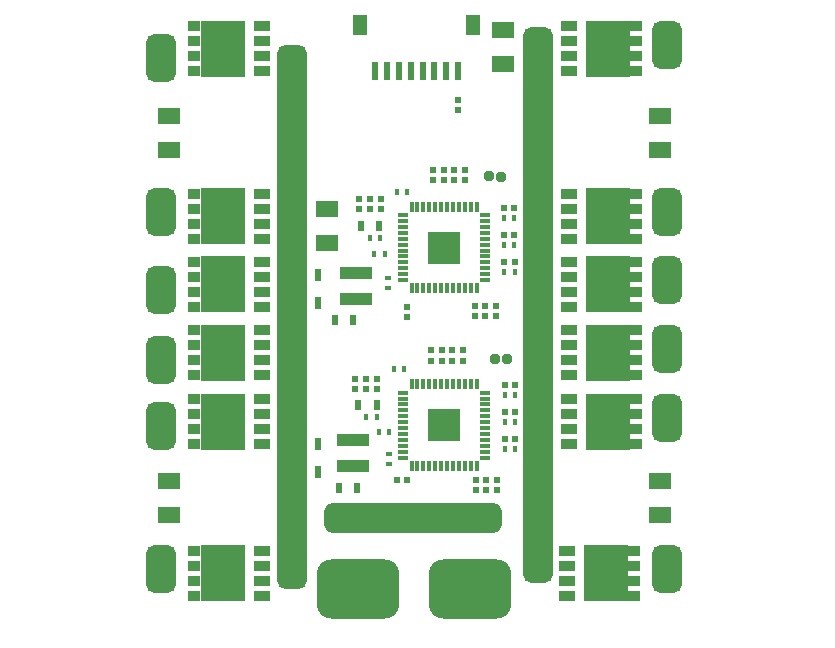
<source format=gbr>
%TF.GenerationSoftware,Altium Limited,Altium Designer,20.2.3 (150)*%
G04 Layer_Color=255*
%FSLAX26Y26*%
%MOIN*%
%TF.SameCoordinates,1E0D65CC-F0FE-4DFC-A0D5-6D9DD74121E6*%
%TF.FilePolarity,Positive*%
%TF.FileFunction,Pads,Top*%
%TF.Part,Single*%
G01*
G75*
%TA.AperFunction,SMDPad,SMDef*%
G04:AMPARAMS|DCode=10|XSize=98.425mil|YSize=1811.024mil|CornerRadius=24.606mil|HoleSize=0mil|Usage=FLASHONLY|Rotation=0.000|XOffset=0mil|YOffset=0mil|HoleType=Round|Shape=RoundedRectangle|*
%AMROUNDEDRECTD10*
21,1,0.098425,1.761811,0,0,0.0*
21,1,0.049213,1.811024,0,0,0.0*
1,1,0.049213,0.024606,-0.880905*
1,1,0.049213,-0.024606,-0.880905*
1,1,0.049213,-0.024606,0.880905*
1,1,0.049213,0.024606,0.880905*
%
%ADD10ROUNDEDRECTD10*%
G04:AMPARAMS|DCode=11|XSize=98.425mil|YSize=590.551mil|CornerRadius=24.606mil|HoleSize=0mil|Usage=FLASHONLY|Rotation=90.000|XOffset=0mil|YOffset=0mil|HoleType=Round|Shape=RoundedRectangle|*
%AMROUNDEDRECTD11*
21,1,0.098425,0.541339,0,0,90.0*
21,1,0.049213,0.590551,0,0,90.0*
1,1,0.049213,0.270669,0.024606*
1,1,0.049213,0.270669,-0.024606*
1,1,0.049213,-0.270669,-0.024606*
1,1,0.049213,-0.270669,0.024606*
%
%ADD11ROUNDEDRECTD11*%
%TA.AperFunction,SMDPad,CuDef*%
%ADD12R,0.023622X0.021260*%
%ADD13R,0.075197X0.053937*%
%TA.AperFunction,SMDPad,SMDef*%
G04:AMPARAMS|DCode=14|XSize=98.425mil|YSize=157.48mil|CornerRadius=24.606mil|HoleSize=0mil|Usage=FLASHONLY|Rotation=180.000|XOffset=0mil|YOffset=0mil|HoleType=Round|Shape=RoundedRectangle|*
%AMROUNDEDRECTD14*
21,1,0.098425,0.108268,0,0,180.0*
21,1,0.049213,0.157480,0,0,180.0*
1,1,0.049213,-0.024606,0.054134*
1,1,0.049213,0.024606,0.054134*
1,1,0.049213,0.024606,-0.054134*
1,1,0.049213,-0.024606,-0.054134*
%
%ADD14ROUNDEDRECTD14*%
G04:AMPARAMS|DCode=15|XSize=31.496mil|YSize=31.496mil|CornerRadius=7.874mil|HoleSize=0mil|Usage=FLASHONLY|Rotation=90.000|XOffset=0mil|YOffset=0mil|HoleType=Round|Shape=RoundedRectangle|*
%AMROUNDEDRECTD15*
21,1,0.031496,0.015748,0,0,90.0*
21,1,0.015748,0.031496,0,0,90.0*
1,1,0.015748,0.007874,0.007874*
1,1,0.015748,0.007874,-0.007874*
1,1,0.015748,-0.007874,-0.007874*
1,1,0.015748,-0.007874,0.007874*
%
%ADD15ROUNDEDRECTD15*%
%TA.AperFunction,SMDPad,CuDef*%
%ADD16R,0.020000X0.036614*%
%ADD17R,0.147638X0.185039*%
%ADD18R,0.041339X0.033465*%
%ADD19R,0.057087X0.033465*%
%TA.AperFunction,SMDPad,SMDef*%
G04:AMPARAMS|DCode=20|XSize=98.425mil|YSize=1850.394mil|CornerRadius=24.606mil|HoleSize=0mil|Usage=FLASHONLY|Rotation=0.000|XOffset=0mil|YOffset=0mil|HoleType=Round|Shape=RoundedRectangle|*
%AMROUNDEDRECTD20*
21,1,0.098425,1.801181,0,0,0.0*
21,1,0.049213,1.850394,0,0,0.0*
1,1,0.049213,0.024606,-0.900591*
1,1,0.049213,-0.024606,-0.900591*
1,1,0.049213,-0.024606,0.900591*
1,1,0.049213,0.024606,0.900591*
%
%ADD20ROUNDEDRECTD20*%
G04:AMPARAMS|DCode=21|XSize=196.85mil|YSize=275.591mil|CornerRadius=49.213mil|HoleSize=0mil|Usage=FLASHONLY|Rotation=90.000|XOffset=0mil|YOffset=0mil|HoleType=Round|Shape=RoundedRectangle|*
%AMROUNDEDRECTD21*
21,1,0.196850,0.177165,0,0,90.0*
21,1,0.098425,0.275591,0,0,90.0*
1,1,0.098425,0.088583,0.049213*
1,1,0.098425,0.088583,-0.049213*
1,1,0.098425,-0.088583,-0.049213*
1,1,0.098425,-0.088583,0.049213*
%
%ADD21ROUNDEDRECTD21*%
%TA.AperFunction,SMDPad,CuDef*%
%ADD22R,0.047244X0.070866*%
%ADD23R,0.023622X0.061024*%
%ADD24R,0.016000X0.023622*%
%ADD25R,0.033465X0.011811*%
%ADD26R,0.011811X0.033465*%
%ADD27R,0.106299X0.106299*%
%ADD28R,0.106000X0.039000*%
%ADD29R,0.019685X0.041339*%
%ADD30R,0.023622X0.016000*%
%ADD31R,0.021260X0.023622*%
D10*
X760000Y1181102D02*
D03*
D11*
X1165000Y511000D02*
D03*
D12*
X1316000Y1868992D02*
D03*
Y1903008D02*
D03*
X1441000Y1183992D02*
D03*
Y1218008D02*
D03*
X1371000Y1218016D02*
D03*
Y1184000D02*
D03*
X986000Y1540984D02*
D03*
Y1575000D02*
D03*
X1058000Y1575008D02*
D03*
Y1540992D02*
D03*
X1302000Y1671000D02*
D03*
Y1636984D02*
D03*
X1232000Y1636992D02*
D03*
Y1671008D02*
D03*
X1337000D02*
D03*
Y1636992D02*
D03*
X1406000Y1218008D02*
D03*
Y1183992D02*
D03*
X1022000Y1575008D02*
D03*
Y1540992D02*
D03*
X1267000Y1636992D02*
D03*
Y1671008D02*
D03*
X1144000Y1180992D02*
D03*
Y1215008D02*
D03*
X1443000Y602992D02*
D03*
Y637008D02*
D03*
X1373000D02*
D03*
Y602992D02*
D03*
X972000Y939992D02*
D03*
Y974008D02*
D03*
X1043000D02*
D03*
Y939992D02*
D03*
X1296000Y1069008D02*
D03*
Y1034992D02*
D03*
X1226000D02*
D03*
Y1069008D02*
D03*
X1331000D02*
D03*
Y1034992D02*
D03*
X1408000Y637008D02*
D03*
Y602992D02*
D03*
X1007000Y974008D02*
D03*
Y939992D02*
D03*
X1261000Y1034992D02*
D03*
Y1069008D02*
D03*
D13*
X1987000Y1849945D02*
D03*
Y1738055D02*
D03*
X351000Y1849945D02*
D03*
Y1738055D02*
D03*
Y632945D02*
D03*
Y521055D02*
D03*
X1987000Y632945D02*
D03*
Y521055D02*
D03*
X1464000Y2136945D02*
D03*
Y2025055D02*
D03*
X877000Y1538945D02*
D03*
Y1427055D02*
D03*
D14*
X325000Y2045000D02*
D03*
Y339000D02*
D03*
Y816000D02*
D03*
Y1037000D02*
D03*
Y1270000D02*
D03*
Y1532000D02*
D03*
X2012000Y2088000D02*
D03*
Y1532000D02*
D03*
Y1304000D02*
D03*
Y339000D02*
D03*
Y843000D02*
D03*
Y1073000D02*
D03*
D15*
X1459275Y1648338D02*
D03*
X1417000Y1649000D02*
D03*
X1439000Y1040000D02*
D03*
X1479000D02*
D03*
D16*
X1052315Y1484000D02*
D03*
X991685D02*
D03*
X1043315Y888000D02*
D03*
X982685D02*
D03*
X965315Y1171000D02*
D03*
X904685D02*
D03*
X979315Y612000D02*
D03*
X918685D02*
D03*
D17*
X530078Y1061000D02*
D03*
Y832000D02*
D03*
X530079Y327000D02*
D03*
X1814921Y1061000D02*
D03*
X530078Y1289000D02*
D03*
Y1517000D02*
D03*
Y2074000D02*
D03*
X1814653Y1289000D02*
D03*
Y1517000D02*
D03*
X1814921Y2074000D02*
D03*
X1806653Y327000D02*
D03*
X1814653Y832000D02*
D03*
D18*
X435590Y986000D02*
D03*
Y1036000D02*
D03*
Y1086000D02*
D03*
Y1136000D02*
D03*
Y757000D02*
D03*
Y807000D02*
D03*
Y857000D02*
D03*
Y907000D02*
D03*
X435591Y252000D02*
D03*
Y302000D02*
D03*
Y352000D02*
D03*
Y402000D02*
D03*
X1909409Y986000D02*
D03*
Y1036000D02*
D03*
Y1086000D02*
D03*
Y1136000D02*
D03*
X435590Y1364000D02*
D03*
Y1314000D02*
D03*
Y1264000D02*
D03*
Y1214000D02*
D03*
Y1592000D02*
D03*
Y1542000D02*
D03*
Y1492000D02*
D03*
Y1442000D02*
D03*
Y2149000D02*
D03*
Y2099000D02*
D03*
Y2049000D02*
D03*
Y1999000D02*
D03*
X1909142Y1214000D02*
D03*
Y1264000D02*
D03*
Y1314000D02*
D03*
Y1364000D02*
D03*
Y1442000D02*
D03*
Y1492000D02*
D03*
Y1542000D02*
D03*
Y1592000D02*
D03*
X1909409Y1999000D02*
D03*
Y2049000D02*
D03*
Y2099000D02*
D03*
Y2149000D02*
D03*
X1901142Y252000D02*
D03*
Y302000D02*
D03*
Y352000D02*
D03*
Y402000D02*
D03*
X1909142Y757000D02*
D03*
Y807000D02*
D03*
Y857000D02*
D03*
Y907000D02*
D03*
D19*
X660000Y1136000D02*
D03*
Y1086000D02*
D03*
Y1036000D02*
D03*
Y986000D02*
D03*
Y907000D02*
D03*
Y857000D02*
D03*
Y807000D02*
D03*
Y757000D02*
D03*
X660000Y402000D02*
D03*
Y352000D02*
D03*
Y302000D02*
D03*
Y252000D02*
D03*
X1685000Y1136000D02*
D03*
Y1086000D02*
D03*
Y1036000D02*
D03*
Y986000D02*
D03*
X660000Y1214000D02*
D03*
Y1264000D02*
D03*
Y1314000D02*
D03*
Y1364000D02*
D03*
Y1442000D02*
D03*
Y1492000D02*
D03*
Y1542000D02*
D03*
Y1592000D02*
D03*
Y1999000D02*
D03*
Y2049000D02*
D03*
Y2099000D02*
D03*
Y2149000D02*
D03*
X1684732Y1364000D02*
D03*
Y1314000D02*
D03*
Y1264000D02*
D03*
Y1214000D02*
D03*
Y1592000D02*
D03*
Y1542000D02*
D03*
Y1492000D02*
D03*
Y1442000D02*
D03*
X1685000Y2149000D02*
D03*
Y2099000D02*
D03*
Y2049000D02*
D03*
Y1999000D02*
D03*
X1676732Y402000D02*
D03*
Y352000D02*
D03*
Y302000D02*
D03*
Y252000D02*
D03*
X1684732Y907000D02*
D03*
Y857000D02*
D03*
Y807000D02*
D03*
Y757000D02*
D03*
D20*
X1580000Y1220472D02*
D03*
D21*
X980000Y275000D02*
D03*
X1356000D02*
D03*
D22*
X987598Y2152559D02*
D03*
X1365551D02*
D03*
D23*
X1314370Y2000000D02*
D03*
X1275000D02*
D03*
X1235630D02*
D03*
X1196260D02*
D03*
X1156890D02*
D03*
X1117520D02*
D03*
X1078150D02*
D03*
X1038780D02*
D03*
D24*
X1021992Y1443000D02*
D03*
X1056008D02*
D03*
X1035992Y1390000D02*
D03*
X1070008D02*
D03*
X1111992Y1596000D02*
D03*
X1146008D02*
D03*
X1502008Y1510000D02*
D03*
X1467992D02*
D03*
X1502008Y1419000D02*
D03*
X1467992D02*
D03*
X1503008Y1329000D02*
D03*
X1468992D02*
D03*
X1008992Y847000D02*
D03*
X1043008D02*
D03*
X1050992Y797000D02*
D03*
X1085008D02*
D03*
X1099992Y1007000D02*
D03*
X1134008D02*
D03*
X1504008Y919000D02*
D03*
X1469992D02*
D03*
X1504008Y830000D02*
D03*
X1469992D02*
D03*
X1504008Y740000D02*
D03*
X1469992D02*
D03*
D25*
X1132173Y1520094D02*
D03*
Y1500409D02*
D03*
Y1480724D02*
D03*
Y1461039D02*
D03*
Y1441354D02*
D03*
Y1421669D02*
D03*
Y1401984D02*
D03*
Y1382299D02*
D03*
Y1362614D02*
D03*
Y1342929D02*
D03*
Y1323244D02*
D03*
Y1303559D02*
D03*
X1403827D02*
D03*
Y1323244D02*
D03*
Y1342929D02*
D03*
Y1362614D02*
D03*
Y1382299D02*
D03*
Y1401984D02*
D03*
Y1421669D02*
D03*
Y1441354D02*
D03*
Y1461039D02*
D03*
Y1480724D02*
D03*
Y1500409D02*
D03*
Y1520094D02*
D03*
X1132173Y928268D02*
D03*
Y908583D02*
D03*
Y888898D02*
D03*
Y869213D02*
D03*
Y849528D02*
D03*
Y829842D02*
D03*
Y810158D02*
D03*
Y790472D02*
D03*
Y770787D02*
D03*
Y751102D02*
D03*
Y731417D02*
D03*
Y711732D02*
D03*
X1403827D02*
D03*
Y731417D02*
D03*
Y751102D02*
D03*
Y770787D02*
D03*
Y790472D02*
D03*
Y810158D02*
D03*
Y829842D02*
D03*
Y849528D02*
D03*
Y869213D02*
D03*
Y888898D02*
D03*
Y908583D02*
D03*
Y928268D02*
D03*
D26*
X1159732Y1276000D02*
D03*
X1179417D02*
D03*
X1199102D02*
D03*
X1218787D02*
D03*
X1238472D02*
D03*
X1258158D02*
D03*
X1277842D02*
D03*
X1297528D02*
D03*
X1317213D02*
D03*
X1336898D02*
D03*
X1356583D02*
D03*
X1376268D02*
D03*
Y1547654D02*
D03*
X1356583D02*
D03*
X1336898D02*
D03*
X1317213D02*
D03*
X1297528D02*
D03*
X1277842D02*
D03*
X1258158D02*
D03*
X1238472D02*
D03*
X1218787D02*
D03*
X1199102D02*
D03*
X1179417D02*
D03*
X1159732D02*
D03*
Y684173D02*
D03*
X1179417D02*
D03*
X1199102D02*
D03*
X1218787D02*
D03*
X1238472D02*
D03*
X1258158D02*
D03*
X1277842D02*
D03*
X1297528D02*
D03*
X1317213D02*
D03*
X1336898D02*
D03*
X1356583D02*
D03*
X1376268D02*
D03*
Y955827D02*
D03*
X1356583D02*
D03*
X1336898D02*
D03*
X1317213D02*
D03*
X1297528D02*
D03*
X1277842D02*
D03*
X1258158D02*
D03*
X1238472D02*
D03*
X1218787D02*
D03*
X1199102D02*
D03*
X1179417D02*
D03*
X1159732D02*
D03*
D27*
X1268000Y1411827D02*
D03*
Y820000D02*
D03*
D28*
X974000Y1326000D02*
D03*
Y1240000D02*
D03*
X965000Y770000D02*
D03*
Y684000D02*
D03*
D29*
X849385Y1320366D02*
D03*
Y1227059D02*
D03*
X847000Y755654D02*
D03*
Y662346D02*
D03*
D30*
X1082000Y1276992D02*
D03*
Y1311008D02*
D03*
X1084000Y690992D02*
D03*
Y725008D02*
D03*
D31*
X1503008Y1364000D02*
D03*
X1468992D02*
D03*
X1502008Y1454000D02*
D03*
X1467992D02*
D03*
X1502008Y1545000D02*
D03*
X1467992D02*
D03*
X1111992Y636000D02*
D03*
X1146008D02*
D03*
X1504008Y775000D02*
D03*
X1469992D02*
D03*
X1504008Y865000D02*
D03*
X1469992D02*
D03*
X1504008Y954000D02*
D03*
X1469992D02*
D03*
%TF.MD5,be6958481bfa368372544c3d94e4e663*%
M02*

</source>
